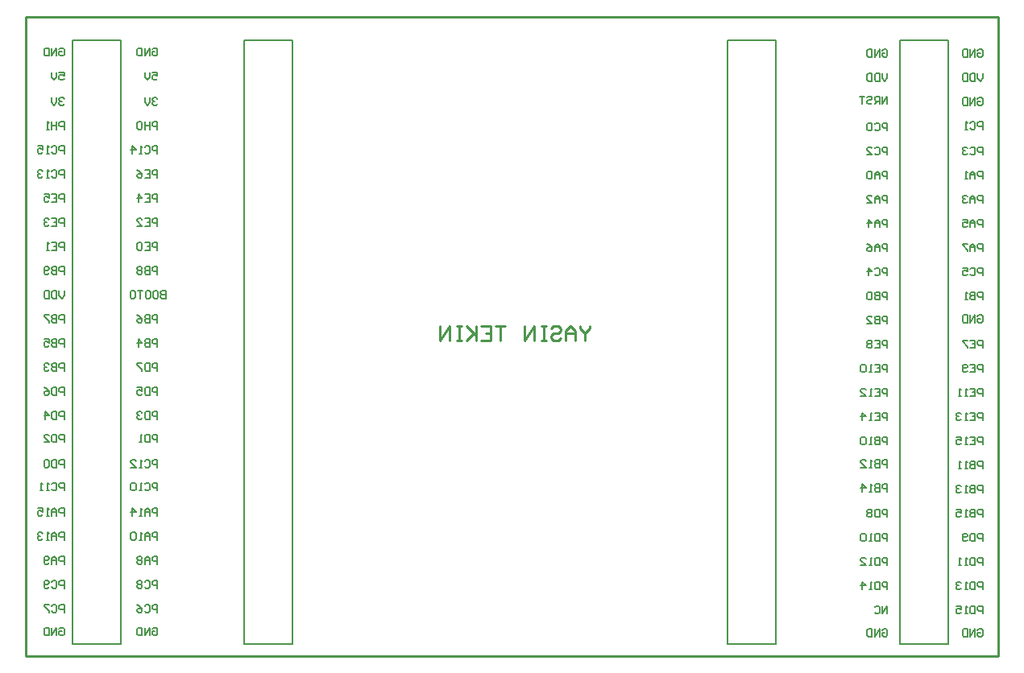
<source format=gto>
G04 Layer_Color=65535*
%FSLAX25Y25*%
%MOIN*%
G70*
G01*
G75*
%ADD10C,0.00787*%
%ADD11C,0.01000*%
D10*
X435693Y121500D02*
Y371500D01*
X455693Y121500D02*
Y371500D01*
Y121500D02*
X435693D01*
X455693Y371500D02*
X435693D01*
X364504Y121500D02*
Y371500D01*
X384504Y121500D02*
Y371500D01*
Y121500D02*
X364504D01*
X384504Y371500D02*
X364504D01*
X93315Y121500D02*
Y371500D01*
X113315Y121500D02*
Y371500D01*
Y121500D02*
X93315D01*
X113315Y371500D02*
X93315D01*
X164504Y121500D02*
Y371500D01*
X184504Y121500D02*
Y371500D01*
Y121500D02*
X164504D01*
X184504Y371500D02*
X164504D01*
X126401Y367624D02*
X126926Y368149D01*
X127975D01*
X128500Y367624D01*
Y365525D01*
X127975Y365000D01*
X126926D01*
X126401Y365525D01*
Y366574D01*
X127451D01*
X125351Y365000D02*
Y368149D01*
X123252Y365000D01*
Y368149D01*
X122203D02*
Y365000D01*
X120628D01*
X120104Y365525D01*
Y367624D01*
X120628Y368149D01*
X122203D01*
X126401Y358149D02*
X128500D01*
Y356574D01*
X127451Y357099D01*
X126926D01*
X126401Y356574D01*
Y355525D01*
X126926Y355000D01*
X127975D01*
X128500Y355525D01*
X125351Y358149D02*
Y356049D01*
X124302Y355000D01*
X123252Y356049D01*
Y358149D01*
X128500Y347124D02*
X127975Y347649D01*
X126926D01*
X126401Y347124D01*
Y346599D01*
X126926Y346074D01*
X127451D01*
X126926D01*
X126401Y345550D01*
Y345025D01*
X126926Y344500D01*
X127975D01*
X128500Y345025D01*
X125351Y347649D02*
Y345550D01*
X124302Y344500D01*
X123252Y345550D01*
Y347649D01*
X128500Y334500D02*
Y337649D01*
X126926D01*
X126401Y337124D01*
Y336074D01*
X126926Y335549D01*
X128500D01*
X125351Y337649D02*
Y334500D01*
Y336074D01*
X123252D01*
Y337649D01*
Y334500D01*
X122203Y337124D02*
X121678Y337649D01*
X120628D01*
X120104Y337124D01*
Y335025D01*
X120628Y334500D01*
X121678D01*
X122203Y335025D01*
Y337124D01*
X128500Y324500D02*
Y327649D01*
X126926D01*
X126401Y327124D01*
Y326074D01*
X126926Y325550D01*
X128500D01*
X123252Y327124D02*
X123777Y327649D01*
X124827D01*
X125351Y327124D01*
Y325025D01*
X124827Y324500D01*
X123777D01*
X123252Y325025D01*
X122203Y324500D02*
X121153D01*
X121678D01*
Y327649D01*
X122203Y327124D01*
X118005Y324500D02*
Y327649D01*
X119579Y326074D01*
X117480D01*
X128500Y314500D02*
Y317649D01*
X126926D01*
X126401Y317124D01*
Y316074D01*
X126926Y315549D01*
X128500D01*
X123252Y317649D02*
X125351D01*
Y314500D01*
X123252D01*
X125351Y316074D02*
X124302D01*
X120104Y317649D02*
X121153Y317124D01*
X122203Y316074D01*
Y315025D01*
X121678Y314500D01*
X120628D01*
X120104Y315025D01*
Y315549D01*
X120628Y316074D01*
X122203D01*
X128500Y304500D02*
Y307649D01*
X126926D01*
X126401Y307124D01*
Y306074D01*
X126926Y305550D01*
X128500D01*
X123252Y307649D02*
X125351D01*
Y304500D01*
X123252D01*
X125351Y306074D02*
X124302D01*
X120628Y304500D02*
Y307649D01*
X122203Y306074D01*
X120104D01*
X128500Y234500D02*
Y237649D01*
X126926D01*
X126401Y237124D01*
Y236074D01*
X126926Y235549D01*
X128500D01*
X125351Y237649D02*
Y234500D01*
X123777D01*
X123252Y235025D01*
Y237124D01*
X123777Y237649D01*
X125351D01*
X122203D02*
X120104D01*
Y237124D01*
X122203Y235025D01*
Y234500D01*
X128500Y244500D02*
Y247649D01*
X126926D01*
X126401Y247124D01*
Y246074D01*
X126926Y245550D01*
X128500D01*
X125351Y247649D02*
Y244500D01*
X123777D01*
X123252Y245025D01*
Y245550D01*
X123777Y246074D01*
X125351D01*
X123777D01*
X123252Y246599D01*
Y247124D01*
X123777Y247649D01*
X125351D01*
X120628Y244500D02*
Y247649D01*
X122203Y246074D01*
X120104D01*
X128500Y254500D02*
Y257649D01*
X126926D01*
X126401Y257124D01*
Y256074D01*
X126926Y255550D01*
X128500D01*
X125351Y257649D02*
Y254500D01*
X123777D01*
X123252Y255025D01*
Y255550D01*
X123777Y256074D01*
X125351D01*
X123777D01*
X123252Y256599D01*
Y257124D01*
X123777Y257649D01*
X125351D01*
X120104D02*
X121153Y257124D01*
X122203Y256074D01*
Y255025D01*
X121678Y254500D01*
X120628D01*
X120104Y255025D01*
Y255550D01*
X120628Y256074D01*
X122203D01*
X132000Y267649D02*
Y264500D01*
X130426D01*
X129901Y265025D01*
Y265549D01*
X130426Y266074D01*
X132000D01*
X130426D01*
X129901Y266599D01*
Y267124D01*
X130426Y267649D01*
X132000D01*
X127277D02*
X128327D01*
X128851Y267124D01*
Y265025D01*
X128327Y264500D01*
X127277D01*
X126752Y265025D01*
Y267124D01*
X127277Y267649D01*
X124128D02*
X125178D01*
X125703Y267124D01*
Y265025D01*
X125178Y264500D01*
X124128D01*
X123604Y265025D01*
Y267124D01*
X124128Y267649D01*
X122554D02*
X120455D01*
X121505D01*
Y264500D01*
X119406Y267124D02*
X118881Y267649D01*
X117831D01*
X117307Y267124D01*
Y265025D01*
X117831Y264500D01*
X118881D01*
X119406Y265025D01*
Y267124D01*
X128500Y274500D02*
Y277649D01*
X126926D01*
X126401Y277124D01*
Y276074D01*
X126926Y275550D01*
X128500D01*
X125351Y277649D02*
Y274500D01*
X123777D01*
X123252Y275025D01*
Y275550D01*
X123777Y276074D01*
X125351D01*
X123777D01*
X123252Y276599D01*
Y277124D01*
X123777Y277649D01*
X125351D01*
X122203Y277124D02*
X121678Y277649D01*
X120628D01*
X120104Y277124D01*
Y276599D01*
X120628Y276074D01*
X120104Y275550D01*
Y275025D01*
X120628Y274500D01*
X121678D01*
X122203Y275025D01*
Y275550D01*
X121678Y276074D01*
X122203Y276599D01*
Y277124D01*
X121678Y276074D02*
X120628D01*
X128500Y284500D02*
Y287649D01*
X126926D01*
X126401Y287124D01*
Y286074D01*
X126926Y285549D01*
X128500D01*
X123252Y287649D02*
X125351D01*
Y284500D01*
X123252D01*
X125351Y286074D02*
X124302D01*
X122203Y287124D02*
X121678Y287649D01*
X120628D01*
X120104Y287124D01*
Y285025D01*
X120628Y284500D01*
X121678D01*
X122203Y285025D01*
Y287124D01*
X128500Y294500D02*
Y297649D01*
X126926D01*
X126401Y297124D01*
Y296074D01*
X126926Y295550D01*
X128500D01*
X123252Y297649D02*
X125351D01*
Y294500D01*
X123252D01*
X125351Y296074D02*
X124302D01*
X120104Y294500D02*
X122203D01*
X120104Y296599D01*
Y297124D01*
X120628Y297649D01*
X121678D01*
X122203Y297124D01*
X128500Y164500D02*
Y167649D01*
X126926D01*
X126401Y167124D01*
Y166074D01*
X126926Y165550D01*
X128500D01*
X125351Y164500D02*
Y166599D01*
X124302Y167649D01*
X123252Y166599D01*
Y164500D01*
Y166074D01*
X125351D01*
X122203Y164500D02*
X121153D01*
X121678D01*
Y167649D01*
X122203Y167124D01*
X119579D02*
X119054Y167649D01*
X118005D01*
X117480Y167124D01*
Y165025D01*
X118005Y164500D01*
X119054D01*
X119579Y165025D01*
Y167124D01*
X128500Y174500D02*
Y177649D01*
X126926D01*
X126401Y177124D01*
Y176074D01*
X126926Y175549D01*
X128500D01*
X125351Y174500D02*
Y176599D01*
X124302Y177649D01*
X123252Y176599D01*
Y174500D01*
Y176074D01*
X125351D01*
X122203Y174500D02*
X121153D01*
X121678D01*
Y177649D01*
X122203Y177124D01*
X118005Y174500D02*
Y177649D01*
X119579Y176074D01*
X117480D01*
X128500Y185000D02*
Y188149D01*
X126926D01*
X126401Y187624D01*
Y186574D01*
X126926Y186049D01*
X128500D01*
X123252Y187624D02*
X123777Y188149D01*
X124827D01*
X125351Y187624D01*
Y185525D01*
X124827Y185000D01*
X123777D01*
X123252Y185525D01*
X122203Y185000D02*
X121153D01*
X121678D01*
Y188149D01*
X122203Y187624D01*
X119579D02*
X119054Y188149D01*
X118005D01*
X117480Y187624D01*
Y185525D01*
X118005Y185000D01*
X119054D01*
X119579Y185525D01*
Y187624D01*
X128500Y194500D02*
Y197649D01*
X126926D01*
X126401Y197124D01*
Y196074D01*
X126926Y195549D01*
X128500D01*
X123252Y197124D02*
X123777Y197649D01*
X124827D01*
X125351Y197124D01*
Y195025D01*
X124827Y194500D01*
X123777D01*
X123252Y195025D01*
X122203Y194500D02*
X121153D01*
X121678D01*
Y197649D01*
X122203Y197124D01*
X117480Y194500D02*
X119579D01*
X117480Y196599D01*
Y197124D01*
X118005Y197649D01*
X119054D01*
X119579Y197124D01*
X128500Y205000D02*
Y208149D01*
X126926D01*
X126401Y207624D01*
Y206574D01*
X126926Y206049D01*
X128500D01*
X125351Y208149D02*
Y205000D01*
X123777D01*
X123252Y205525D01*
Y207624D01*
X123777Y208149D01*
X125351D01*
X122203Y205000D02*
X121153D01*
X121678D01*
Y208149D01*
X122203Y207624D01*
X128500Y214500D02*
Y217649D01*
X126926D01*
X126401Y217124D01*
Y216074D01*
X126926Y215549D01*
X128500D01*
X125351Y217649D02*
Y214500D01*
X123777D01*
X123252Y215025D01*
Y217124D01*
X123777Y217649D01*
X125351D01*
X122203Y217124D02*
X121678Y217649D01*
X120628D01*
X120104Y217124D01*
Y216599D01*
X120628Y216074D01*
X121153D01*
X120628D01*
X120104Y215549D01*
Y215025D01*
X120628Y214500D01*
X121678D01*
X122203Y215025D01*
X128500Y224500D02*
Y227649D01*
X126926D01*
X126401Y227124D01*
Y226074D01*
X126926Y225550D01*
X128500D01*
X125351Y227649D02*
Y224500D01*
X123777D01*
X123252Y225025D01*
Y227124D01*
X123777Y227649D01*
X125351D01*
X120104D02*
X122203D01*
Y226074D01*
X121153Y226599D01*
X120628D01*
X120104Y226074D01*
Y225025D01*
X120628Y224500D01*
X121678D01*
X122203Y225025D01*
X126401Y127624D02*
X126926Y128149D01*
X127975D01*
X128500Y127624D01*
Y125525D01*
X127975Y125000D01*
X126926D01*
X126401Y125525D01*
Y126574D01*
X127451D01*
X125351Y125000D02*
Y128149D01*
X123252Y125000D01*
Y128149D01*
X122203D02*
Y125000D01*
X120628D01*
X120104Y125525D01*
Y127624D01*
X120628Y128149D01*
X122203D01*
X128500Y134500D02*
Y137649D01*
X126926D01*
X126401Y137124D01*
Y136074D01*
X126926Y135549D01*
X128500D01*
X123252Y137124D02*
X123777Y137649D01*
X124827D01*
X125351Y137124D01*
Y135025D01*
X124827Y134500D01*
X123777D01*
X123252Y135025D01*
X120104Y137649D02*
X121153Y137124D01*
X122203Y136074D01*
Y135025D01*
X121678Y134500D01*
X120628D01*
X120104Y135025D01*
Y135549D01*
X120628Y136074D01*
X122203D01*
X128500Y144500D02*
Y147649D01*
X126926D01*
X126401Y147124D01*
Y146074D01*
X126926Y145549D01*
X128500D01*
X123252Y147124D02*
X123777Y147649D01*
X124827D01*
X125351Y147124D01*
Y145025D01*
X124827Y144500D01*
X123777D01*
X123252Y145025D01*
X122203Y147124D02*
X121678Y147649D01*
X120628D01*
X120104Y147124D01*
Y146599D01*
X120628Y146074D01*
X120104Y145549D01*
Y145025D01*
X120628Y144500D01*
X121678D01*
X122203Y145025D01*
Y145549D01*
X121678Y146074D01*
X122203Y146599D01*
Y147124D01*
X121678Y146074D02*
X120628D01*
X128500Y154500D02*
Y157649D01*
X126926D01*
X126401Y157124D01*
Y156074D01*
X126926Y155550D01*
X128500D01*
X125351Y154500D02*
Y156599D01*
X124302Y157649D01*
X123252Y156599D01*
Y154500D01*
Y156074D01*
X125351D01*
X122203Y157124D02*
X121678Y157649D01*
X120628D01*
X120104Y157124D01*
Y156599D01*
X120628Y156074D01*
X120104Y155550D01*
Y155025D01*
X120628Y154500D01*
X121678D01*
X122203Y155025D01*
Y155550D01*
X121678Y156074D01*
X122203Y156599D01*
Y157124D01*
X121678Y156074D02*
X120628D01*
X90000Y154500D02*
Y157649D01*
X88426D01*
X87901Y157124D01*
Y156074D01*
X88426Y155550D01*
X90000D01*
X86851Y154500D02*
Y156599D01*
X85802Y157649D01*
X84752Y156599D01*
Y154500D01*
Y156074D01*
X86851D01*
X83703Y155025D02*
X83178Y154500D01*
X82129D01*
X81604Y155025D01*
Y157124D01*
X82129Y157649D01*
X83178D01*
X83703Y157124D01*
Y156599D01*
X83178Y156074D01*
X81604D01*
X90000Y144500D02*
Y147649D01*
X88426D01*
X87901Y147124D01*
Y146074D01*
X88426Y145549D01*
X90000D01*
X84752Y147124D02*
X85277Y147649D01*
X86327D01*
X86851Y147124D01*
Y145025D01*
X86327Y144500D01*
X85277D01*
X84752Y145025D01*
X83703D02*
X83178Y144500D01*
X82129D01*
X81604Y145025D01*
Y147124D01*
X82129Y147649D01*
X83178D01*
X83703Y147124D01*
Y146599D01*
X83178Y146074D01*
X81604D01*
X90000Y134500D02*
Y137649D01*
X88426D01*
X87901Y137124D01*
Y136074D01*
X88426Y135549D01*
X90000D01*
X84752Y137124D02*
X85277Y137649D01*
X86327D01*
X86851Y137124D01*
Y135025D01*
X86327Y134500D01*
X85277D01*
X84752Y135025D01*
X83703Y137649D02*
X81604D01*
Y137124D01*
X83703Y135025D01*
Y134500D01*
X87901Y127624D02*
X88426Y128149D01*
X89475D01*
X90000Y127624D01*
Y125525D01*
X89475Y125000D01*
X88426D01*
X87901Y125525D01*
Y126574D01*
X88951D01*
X86851Y125000D02*
Y128149D01*
X84752Y125000D01*
Y128149D01*
X83703D02*
Y125000D01*
X82129D01*
X81604Y125525D01*
Y127624D01*
X82129Y128149D01*
X83703D01*
X90000Y224500D02*
Y227649D01*
X88426D01*
X87901Y227124D01*
Y226074D01*
X88426Y225550D01*
X90000D01*
X86851Y227649D02*
Y224500D01*
X85277D01*
X84752Y225025D01*
Y227124D01*
X85277Y227649D01*
X86851D01*
X81604D02*
X82653Y227124D01*
X83703Y226074D01*
Y225025D01*
X83178Y224500D01*
X82129D01*
X81604Y225025D01*
Y225550D01*
X82129Y226074D01*
X83703D01*
X90000Y214500D02*
Y217649D01*
X88426D01*
X87901Y217124D01*
Y216074D01*
X88426Y215549D01*
X90000D01*
X86851Y217649D02*
Y214500D01*
X85277D01*
X84752Y215025D01*
Y217124D01*
X85277Y217649D01*
X86851D01*
X82129Y214500D02*
Y217649D01*
X83703Y216074D01*
X81604D01*
X90000Y205000D02*
Y208149D01*
X88426D01*
X87901Y207624D01*
Y206574D01*
X88426Y206049D01*
X90000D01*
X86851Y208149D02*
Y205000D01*
X85277D01*
X84752Y205525D01*
Y207624D01*
X85277Y208149D01*
X86851D01*
X81604Y205000D02*
X83703D01*
X81604Y207099D01*
Y207624D01*
X82129Y208149D01*
X83178D01*
X83703Y207624D01*
X90000Y194500D02*
Y197649D01*
X88426D01*
X87901Y197124D01*
Y196074D01*
X88426Y195549D01*
X90000D01*
X86851Y197649D02*
Y194500D01*
X85277D01*
X84752Y195025D01*
Y197124D01*
X85277Y197649D01*
X86851D01*
X83703Y197124D02*
X83178Y197649D01*
X82129D01*
X81604Y197124D01*
Y195025D01*
X82129Y194500D01*
X83178D01*
X83703Y195025D01*
Y197124D01*
X90000Y185000D02*
Y188149D01*
X88426D01*
X87901Y187624D01*
Y186574D01*
X88426Y186049D01*
X90000D01*
X84752Y187624D02*
X85277Y188149D01*
X86327D01*
X86851Y187624D01*
Y185525D01*
X86327Y185000D01*
X85277D01*
X84752Y185525D01*
X83703Y185000D02*
X82653D01*
X83178D01*
Y188149D01*
X83703Y187624D01*
X81079Y185000D02*
X80029D01*
X80554D01*
Y188149D01*
X81079Y187624D01*
X90000Y174500D02*
Y177649D01*
X88426D01*
X87901Y177124D01*
Y176074D01*
X88426Y175549D01*
X90000D01*
X86851Y174500D02*
Y176599D01*
X85802Y177649D01*
X84752Y176599D01*
Y174500D01*
Y176074D01*
X86851D01*
X83703Y174500D02*
X82653D01*
X83178D01*
Y177649D01*
X83703Y177124D01*
X78980Y177649D02*
X81079D01*
Y176074D01*
X80029Y176599D01*
X79505D01*
X78980Y176074D01*
Y175025D01*
X79505Y174500D01*
X80554D01*
X81079Y175025D01*
X90000Y164500D02*
Y167649D01*
X88426D01*
X87901Y167124D01*
Y166074D01*
X88426Y165550D01*
X90000D01*
X86851Y164500D02*
Y166599D01*
X85802Y167649D01*
X84752Y166599D01*
Y164500D01*
Y166074D01*
X86851D01*
X83703Y164500D02*
X82653D01*
X83178D01*
Y167649D01*
X83703Y167124D01*
X81079D02*
X80554Y167649D01*
X79505D01*
X78980Y167124D01*
Y166599D01*
X79505Y166074D01*
X80029D01*
X79505D01*
X78980Y165550D01*
Y165025D01*
X79505Y164500D01*
X80554D01*
X81079Y165025D01*
X90000Y294500D02*
Y297649D01*
X88426D01*
X87901Y297124D01*
Y296074D01*
X88426Y295550D01*
X90000D01*
X84752Y297649D02*
X86851D01*
Y294500D01*
X84752D01*
X86851Y296074D02*
X85802D01*
X83703Y297124D02*
X83178Y297649D01*
X82129D01*
X81604Y297124D01*
Y296599D01*
X82129Y296074D01*
X82653D01*
X82129D01*
X81604Y295550D01*
Y295025D01*
X82129Y294500D01*
X83178D01*
X83703Y295025D01*
X90000Y284500D02*
Y287649D01*
X88426D01*
X87901Y287124D01*
Y286074D01*
X88426Y285549D01*
X90000D01*
X84752Y287649D02*
X86851D01*
Y284500D01*
X84752D01*
X86851Y286074D02*
X85802D01*
X83703Y284500D02*
X82653D01*
X83178D01*
Y287649D01*
X83703Y287124D01*
X90000Y274500D02*
Y277649D01*
X88426D01*
X87901Y277124D01*
Y276074D01*
X88426Y275550D01*
X90000D01*
X86851Y277649D02*
Y274500D01*
X85277D01*
X84752Y275025D01*
Y275550D01*
X85277Y276074D01*
X86851D01*
X85277D01*
X84752Y276599D01*
Y277124D01*
X85277Y277649D01*
X86851D01*
X83703Y275025D02*
X83178Y274500D01*
X82129D01*
X81604Y275025D01*
Y277124D01*
X82129Y277649D01*
X83178D01*
X83703Y277124D01*
Y276599D01*
X83178Y276074D01*
X81604D01*
X90000Y267649D02*
Y265549D01*
X88951Y264500D01*
X87901Y265549D01*
Y267649D01*
X86851D02*
Y264500D01*
X85277D01*
X84752Y265025D01*
Y267124D01*
X85277Y267649D01*
X86851D01*
X83703D02*
Y264500D01*
X82129D01*
X81604Y265025D01*
Y267124D01*
X82129Y267649D01*
X83703D01*
X90000Y254500D02*
Y257649D01*
X88426D01*
X87901Y257124D01*
Y256074D01*
X88426Y255550D01*
X90000D01*
X86851Y257649D02*
Y254500D01*
X85277D01*
X84752Y255025D01*
Y255550D01*
X85277Y256074D01*
X86851D01*
X85277D01*
X84752Y256599D01*
Y257124D01*
X85277Y257649D01*
X86851D01*
X83703D02*
X81604D01*
Y257124D01*
X83703Y255025D01*
Y254500D01*
X90000Y244500D02*
Y247649D01*
X88426D01*
X87901Y247124D01*
Y246074D01*
X88426Y245550D01*
X90000D01*
X86851Y247649D02*
Y244500D01*
X85277D01*
X84752Y245025D01*
Y245550D01*
X85277Y246074D01*
X86851D01*
X85277D01*
X84752Y246599D01*
Y247124D01*
X85277Y247649D01*
X86851D01*
X81604D02*
X83703D01*
Y246074D01*
X82653Y246599D01*
X82129D01*
X81604Y246074D01*
Y245025D01*
X82129Y244500D01*
X83178D01*
X83703Y245025D01*
X90000Y234500D02*
Y237649D01*
X88426D01*
X87901Y237124D01*
Y236074D01*
X88426Y235549D01*
X90000D01*
X86851Y237649D02*
Y234500D01*
X85277D01*
X84752Y235025D01*
Y235549D01*
X85277Y236074D01*
X86851D01*
X85277D01*
X84752Y236599D01*
Y237124D01*
X85277Y237649D01*
X86851D01*
X83703Y237124D02*
X83178Y237649D01*
X82129D01*
X81604Y237124D01*
Y236599D01*
X82129Y236074D01*
X82653D01*
X82129D01*
X81604Y235549D01*
Y235025D01*
X82129Y234500D01*
X83178D01*
X83703Y235025D01*
X90000Y304500D02*
Y307649D01*
X88426D01*
X87901Y307124D01*
Y306074D01*
X88426Y305550D01*
X90000D01*
X84752Y307649D02*
X86851D01*
Y304500D01*
X84752D01*
X86851Y306074D02*
X85802D01*
X81604Y307649D02*
X83703D01*
Y306074D01*
X82653Y306599D01*
X82129D01*
X81604Y306074D01*
Y305025D01*
X82129Y304500D01*
X83178D01*
X83703Y305025D01*
X90000Y314500D02*
Y317649D01*
X88426D01*
X87901Y317124D01*
Y316074D01*
X88426Y315549D01*
X90000D01*
X84752Y317124D02*
X85277Y317649D01*
X86327D01*
X86851Y317124D01*
Y315025D01*
X86327Y314500D01*
X85277D01*
X84752Y315025D01*
X83703Y314500D02*
X82653D01*
X83178D01*
Y317649D01*
X83703Y317124D01*
X81079D02*
X80554Y317649D01*
X79505D01*
X78980Y317124D01*
Y316599D01*
X79505Y316074D01*
X80029D01*
X79505D01*
X78980Y315549D01*
Y315025D01*
X79505Y314500D01*
X80554D01*
X81079Y315025D01*
X90000Y324500D02*
Y327649D01*
X88426D01*
X87901Y327124D01*
Y326074D01*
X88426Y325550D01*
X90000D01*
X84752Y327124D02*
X85277Y327649D01*
X86327D01*
X86851Y327124D01*
Y325025D01*
X86327Y324500D01*
X85277D01*
X84752Y325025D01*
X83703Y324500D02*
X82653D01*
X83178D01*
Y327649D01*
X83703Y327124D01*
X78980Y327649D02*
X81079D01*
Y326074D01*
X80029Y326599D01*
X79505D01*
X78980Y326074D01*
Y325025D01*
X79505Y324500D01*
X80554D01*
X81079Y325025D01*
X90000Y334500D02*
Y337649D01*
X88426D01*
X87901Y337124D01*
Y336074D01*
X88426Y335549D01*
X90000D01*
X86851Y337649D02*
Y334500D01*
Y336074D01*
X84752D01*
Y337649D01*
Y334500D01*
X83703D02*
X82653D01*
X83178D01*
Y337649D01*
X83703Y337124D01*
X90000Y347124D02*
X89475Y347649D01*
X88426D01*
X87901Y347124D01*
Y346599D01*
X88426Y346074D01*
X88951D01*
X88426D01*
X87901Y345550D01*
Y345025D01*
X88426Y344500D01*
X89475D01*
X90000Y345025D01*
X86851Y347649D02*
Y345550D01*
X85802Y344500D01*
X84752Y345550D01*
Y347649D01*
X87901Y358149D02*
X90000D01*
Y356574D01*
X88951Y357099D01*
X88426D01*
X87901Y356574D01*
Y355525D01*
X88426Y355000D01*
X89475D01*
X90000Y355525D01*
X86851Y358149D02*
Y356049D01*
X85802Y355000D01*
X84752Y356049D01*
Y358149D01*
X87901Y367624D02*
X88426Y368149D01*
X89475D01*
X90000Y367624D01*
Y365525D01*
X89475Y365000D01*
X88426D01*
X87901Y365525D01*
Y366574D01*
X88951D01*
X86851Y365000D02*
Y368149D01*
X84752Y365000D01*
Y368149D01*
X83703D02*
Y365000D01*
X82129D01*
X81604Y365525D01*
Y367624D01*
X82129Y368149D01*
X83703D01*
X428401Y127124D02*
X428926Y127649D01*
X429975D01*
X430500Y127124D01*
Y125025D01*
X429975Y124500D01*
X428926D01*
X428401Y125025D01*
Y126074D01*
X429451D01*
X427351Y124500D02*
Y127649D01*
X425252Y124500D01*
Y127649D01*
X424203D02*
Y124500D01*
X422628D01*
X422104Y125025D01*
Y127124D01*
X422628Y127649D01*
X424203D01*
X430500Y134000D02*
Y137149D01*
X428401Y134000D01*
Y137149D01*
X425252Y136624D02*
X425777Y137149D01*
X426827D01*
X427351Y136624D01*
Y134525D01*
X426827Y134000D01*
X425777D01*
X425252Y134525D01*
X430500Y144000D02*
Y147149D01*
X428926D01*
X428401Y146624D01*
Y145574D01*
X428926Y145050D01*
X430500D01*
X427351Y147149D02*
Y144000D01*
X425777D01*
X425252Y144525D01*
Y146624D01*
X425777Y147149D01*
X427351D01*
X424203Y144000D02*
X423153D01*
X423678D01*
Y147149D01*
X424203Y146624D01*
X420005Y144000D02*
Y147149D01*
X421579Y145574D01*
X419480D01*
X430500Y154000D02*
Y157149D01*
X428926D01*
X428401Y156624D01*
Y155574D01*
X428926Y155050D01*
X430500D01*
X427351Y157149D02*
Y154000D01*
X425777D01*
X425252Y154525D01*
Y156624D01*
X425777Y157149D01*
X427351D01*
X424203Y154000D02*
X423153D01*
X423678D01*
Y157149D01*
X424203Y156624D01*
X419480Y154000D02*
X421579D01*
X419480Y156099D01*
Y156624D01*
X420005Y157149D01*
X421054D01*
X421579Y156624D01*
X430500Y164000D02*
Y167149D01*
X428926D01*
X428401Y166624D01*
Y165574D01*
X428926Y165050D01*
X430500D01*
X427351Y167149D02*
Y164000D01*
X425777D01*
X425252Y164525D01*
Y166624D01*
X425777Y167149D01*
X427351D01*
X424203Y164000D02*
X423153D01*
X423678D01*
Y167149D01*
X424203Y166624D01*
X421579D02*
X421054Y167149D01*
X420005D01*
X419480Y166624D01*
Y164525D01*
X420005Y164000D01*
X421054D01*
X421579Y164525D01*
Y166624D01*
X430500Y174000D02*
Y177149D01*
X428926D01*
X428401Y176624D01*
Y175574D01*
X428926Y175049D01*
X430500D01*
X427351Y177149D02*
Y174000D01*
X425777D01*
X425252Y174525D01*
Y176624D01*
X425777Y177149D01*
X427351D01*
X424203Y176624D02*
X423678Y177149D01*
X422628D01*
X422104Y176624D01*
Y176099D01*
X422628Y175574D01*
X422104Y175049D01*
Y174525D01*
X422628Y174000D01*
X423678D01*
X424203Y174525D01*
Y175049D01*
X423678Y175574D01*
X424203Y176099D01*
Y176624D01*
X423678Y175574D02*
X422628D01*
X430500Y184500D02*
Y187649D01*
X428926D01*
X428401Y187124D01*
Y186074D01*
X428926Y185549D01*
X430500D01*
X427351Y187649D02*
Y184500D01*
X425777D01*
X425252Y185025D01*
Y185549D01*
X425777Y186074D01*
X427351D01*
X425777D01*
X425252Y186599D01*
Y187124D01*
X425777Y187649D01*
X427351D01*
X424203Y184500D02*
X423153D01*
X423678D01*
Y187649D01*
X424203Y187124D01*
X420005Y184500D02*
Y187649D01*
X421579Y186074D01*
X419480D01*
X430500Y194500D02*
Y197649D01*
X428926D01*
X428401Y197124D01*
Y196074D01*
X428926Y195549D01*
X430500D01*
X427351Y197649D02*
Y194500D01*
X425777D01*
X425252Y195025D01*
Y195549D01*
X425777Y196074D01*
X427351D01*
X425777D01*
X425252Y196599D01*
Y197124D01*
X425777Y197649D01*
X427351D01*
X424203Y194500D02*
X423153D01*
X423678D01*
Y197649D01*
X424203Y197124D01*
X419480Y194500D02*
X421579D01*
X419480Y196599D01*
Y197124D01*
X420005Y197649D01*
X421054D01*
X421579Y197124D01*
X430500Y204000D02*
Y207149D01*
X428926D01*
X428401Y206624D01*
Y205574D01*
X428926Y205049D01*
X430500D01*
X427351Y207149D02*
Y204000D01*
X425777D01*
X425252Y204525D01*
Y205049D01*
X425777Y205574D01*
X427351D01*
X425777D01*
X425252Y206099D01*
Y206624D01*
X425777Y207149D01*
X427351D01*
X424203Y204000D02*
X423153D01*
X423678D01*
Y207149D01*
X424203Y206624D01*
X421579D02*
X421054Y207149D01*
X420005D01*
X419480Y206624D01*
Y204525D01*
X420005Y204000D01*
X421054D01*
X421579Y204525D01*
Y206624D01*
X430500Y214000D02*
Y217149D01*
X428926D01*
X428401Y216624D01*
Y215574D01*
X428926Y215050D01*
X430500D01*
X425252Y217149D02*
X427351D01*
Y214000D01*
X425252D01*
X427351Y215574D02*
X426302D01*
X424203Y214000D02*
X423153D01*
X423678D01*
Y217149D01*
X424203Y216624D01*
X420005Y214000D02*
Y217149D01*
X421579Y215574D01*
X419480D01*
X430500Y224000D02*
Y227149D01*
X428926D01*
X428401Y226624D01*
Y225574D01*
X428926Y225049D01*
X430500D01*
X425252Y227149D02*
X427351D01*
Y224000D01*
X425252D01*
X427351Y225574D02*
X426302D01*
X424203Y224000D02*
X423153D01*
X423678D01*
Y227149D01*
X424203Y226624D01*
X419480Y224000D02*
X421579D01*
X419480Y226099D01*
Y226624D01*
X420005Y227149D01*
X421054D01*
X421579Y226624D01*
X430500Y234000D02*
Y237149D01*
X428926D01*
X428401Y236624D01*
Y235574D01*
X428926Y235050D01*
X430500D01*
X425252Y237149D02*
X427351D01*
Y234000D01*
X425252D01*
X427351Y235574D02*
X426302D01*
X424203Y234000D02*
X423153D01*
X423678D01*
Y237149D01*
X424203Y236624D01*
X421579D02*
X421054Y237149D01*
X420005D01*
X419480Y236624D01*
Y234525D01*
X420005Y234000D01*
X421054D01*
X421579Y234525D01*
Y236624D01*
X430500Y244000D02*
Y247149D01*
X428926D01*
X428401Y246624D01*
Y245574D01*
X428926Y245050D01*
X430500D01*
X425252Y247149D02*
X427351D01*
Y244000D01*
X425252D01*
X427351Y245574D02*
X426302D01*
X424203Y246624D02*
X423678Y247149D01*
X422628D01*
X422104Y246624D01*
Y246099D01*
X422628Y245574D01*
X422104Y245050D01*
Y244525D01*
X422628Y244000D01*
X423678D01*
X424203Y244525D01*
Y245050D01*
X423678Y245574D01*
X424203Y246099D01*
Y246624D01*
X423678Y245574D02*
X422628D01*
X430500Y254000D02*
Y257149D01*
X428926D01*
X428401Y256624D01*
Y255574D01*
X428926Y255049D01*
X430500D01*
X427351Y257149D02*
Y254000D01*
X425777D01*
X425252Y254525D01*
Y255049D01*
X425777Y255574D01*
X427351D01*
X425777D01*
X425252Y256099D01*
Y256624D01*
X425777Y257149D01*
X427351D01*
X422104Y254000D02*
X424203D01*
X422104Y256099D01*
Y256624D01*
X422628Y257149D01*
X423678D01*
X424203Y256624D01*
X430500Y264000D02*
Y267149D01*
X428926D01*
X428401Y266624D01*
Y265574D01*
X428926Y265050D01*
X430500D01*
X427351Y267149D02*
Y264000D01*
X425777D01*
X425252Y264525D01*
Y265050D01*
X425777Y265574D01*
X427351D01*
X425777D01*
X425252Y266099D01*
Y266624D01*
X425777Y267149D01*
X427351D01*
X424203Y266624D02*
X423678Y267149D01*
X422628D01*
X422104Y266624D01*
Y264525D01*
X422628Y264000D01*
X423678D01*
X424203Y264525D01*
Y266624D01*
X430500Y274000D02*
Y277149D01*
X428926D01*
X428401Y276624D01*
Y275574D01*
X428926Y275049D01*
X430500D01*
X425252Y276624D02*
X425777Y277149D01*
X426827D01*
X427351Y276624D01*
Y274525D01*
X426827Y274000D01*
X425777D01*
X425252Y274525D01*
X422628Y274000D02*
Y277149D01*
X424203Y275574D01*
X422104D01*
X430500Y284000D02*
Y287149D01*
X428926D01*
X428401Y286624D01*
Y285574D01*
X428926Y285050D01*
X430500D01*
X427351Y284000D02*
Y286099D01*
X426302Y287149D01*
X425252Y286099D01*
Y284000D01*
Y285574D01*
X427351D01*
X422104Y287149D02*
X423153Y286624D01*
X424203Y285574D01*
Y284525D01*
X423678Y284000D01*
X422628D01*
X422104Y284525D01*
Y285050D01*
X422628Y285574D01*
X424203D01*
X430500Y294000D02*
Y297149D01*
X428926D01*
X428401Y296624D01*
Y295574D01*
X428926Y295050D01*
X430500D01*
X427351Y294000D02*
Y296099D01*
X426302Y297149D01*
X425252Y296099D01*
Y294000D01*
Y295574D01*
X427351D01*
X422628Y294000D02*
Y297149D01*
X424203Y295574D01*
X422104D01*
X430500Y304000D02*
Y307149D01*
X428926D01*
X428401Y306624D01*
Y305574D01*
X428926Y305049D01*
X430500D01*
X427351Y304000D02*
Y306099D01*
X426302Y307149D01*
X425252Y306099D01*
Y304000D01*
Y305574D01*
X427351D01*
X422104Y304000D02*
X424203D01*
X422104Y306099D01*
Y306624D01*
X422628Y307149D01*
X423678D01*
X424203Y306624D01*
X430500Y314000D02*
Y317149D01*
X428926D01*
X428401Y316624D01*
Y315574D01*
X428926Y315050D01*
X430500D01*
X427351Y314000D02*
Y316099D01*
X426302Y317149D01*
X425252Y316099D01*
Y314000D01*
Y315574D01*
X427351D01*
X424203Y316624D02*
X423678Y317149D01*
X422628D01*
X422104Y316624D01*
Y314525D01*
X422628Y314000D01*
X423678D01*
X424203Y314525D01*
Y316624D01*
X430500Y324000D02*
Y327149D01*
X428926D01*
X428401Y326624D01*
Y325574D01*
X428926Y325049D01*
X430500D01*
X425252Y326624D02*
X425777Y327149D01*
X426827D01*
X427351Y326624D01*
Y324525D01*
X426827Y324000D01*
X425777D01*
X425252Y324525D01*
X422104Y324000D02*
X424203D01*
X422104Y326099D01*
Y326624D01*
X422628Y327149D01*
X423678D01*
X424203Y326624D01*
X430500Y334000D02*
Y337149D01*
X428926D01*
X428401Y336624D01*
Y335574D01*
X428926Y335050D01*
X430500D01*
X425252Y336624D02*
X425777Y337149D01*
X426827D01*
X427351Y336624D01*
Y334525D01*
X426827Y334000D01*
X425777D01*
X425252Y334525D01*
X424203Y336624D02*
X423678Y337149D01*
X422628D01*
X422104Y336624D01*
Y334525D01*
X422628Y334000D01*
X423678D01*
X424203Y334525D01*
Y336624D01*
X430500Y357649D02*
Y355550D01*
X429451Y354500D01*
X428401Y355550D01*
Y357649D01*
X427351D02*
Y354500D01*
X425777D01*
X425252Y355025D01*
Y357124D01*
X425777Y357649D01*
X427351D01*
X424203D02*
Y354500D01*
X422628D01*
X422104Y355025D01*
Y357124D01*
X422628Y357649D01*
X424203D01*
X430500Y345000D02*
Y348149D01*
X428401Y345000D01*
Y348149D01*
X427351Y345000D02*
Y348149D01*
X425777D01*
X425252Y347624D01*
Y346574D01*
X425777Y346049D01*
X427351D01*
X426302D02*
X425252Y345000D01*
X422104Y347624D02*
X422628Y348149D01*
X423678D01*
X424203Y347624D01*
Y347099D01*
X423678Y346574D01*
X422628D01*
X422104Y346049D01*
Y345525D01*
X422628Y345000D01*
X423678D01*
X424203Y345525D01*
X421054Y348149D02*
X418955D01*
X420005D01*
Y345000D01*
X428401Y367124D02*
X428926Y367649D01*
X429975D01*
X430500Y367124D01*
Y365025D01*
X429975Y364500D01*
X428926D01*
X428401Y365025D01*
Y366074D01*
X429451D01*
X427351Y364500D02*
Y367649D01*
X425252Y364500D01*
Y367649D01*
X424203D02*
Y364500D01*
X422628D01*
X422104Y365025D01*
Y367124D01*
X422628Y367649D01*
X424203D01*
X467901Y347124D02*
X468426Y347649D01*
X469475D01*
X470000Y347124D01*
Y345025D01*
X469475Y344500D01*
X468426D01*
X467901Y345025D01*
Y346074D01*
X468951D01*
X466851Y344500D02*
Y347649D01*
X464752Y344500D01*
Y347649D01*
X463703D02*
Y344500D01*
X462128D01*
X461604Y345025D01*
Y347124D01*
X462128Y347649D01*
X463703D01*
X467901Y127124D02*
X468426Y127649D01*
X469475D01*
X470000Y127124D01*
Y125025D01*
X469475Y124500D01*
X468426D01*
X467901Y125025D01*
Y126074D01*
X468951D01*
X466851Y124500D02*
Y127649D01*
X464752Y124500D01*
Y127649D01*
X463703D02*
Y124500D01*
X462128D01*
X461604Y125025D01*
Y127124D01*
X462128Y127649D01*
X463703D01*
X470000Y134000D02*
Y137149D01*
X468426D01*
X467901Y136624D01*
Y135574D01*
X468426Y135049D01*
X470000D01*
X466851Y137149D02*
Y134000D01*
X465277D01*
X464752Y134525D01*
Y136624D01*
X465277Y137149D01*
X466851D01*
X463703Y134000D02*
X462653D01*
X463178D01*
Y137149D01*
X463703Y136624D01*
X458980Y137149D02*
X461079D01*
Y135574D01*
X460030Y136099D01*
X459505D01*
X458980Y135574D01*
Y134525D01*
X459505Y134000D01*
X460554D01*
X461079Y134525D01*
X470000Y144000D02*
Y147149D01*
X468426D01*
X467901Y146624D01*
Y145574D01*
X468426Y145050D01*
X470000D01*
X466851Y147149D02*
Y144000D01*
X465277D01*
X464752Y144525D01*
Y146624D01*
X465277Y147149D01*
X466851D01*
X463703Y144000D02*
X462653D01*
X463178D01*
Y147149D01*
X463703Y146624D01*
X461079D02*
X460554Y147149D01*
X459505D01*
X458980Y146624D01*
Y146099D01*
X459505Y145574D01*
X460030D01*
X459505D01*
X458980Y145050D01*
Y144525D01*
X459505Y144000D01*
X460554D01*
X461079Y144525D01*
X470000Y154000D02*
Y157149D01*
X468426D01*
X467901Y156624D01*
Y155574D01*
X468426Y155050D01*
X470000D01*
X466851Y157149D02*
Y154000D01*
X465277D01*
X464752Y154525D01*
Y156624D01*
X465277Y157149D01*
X466851D01*
X463703Y154000D02*
X462653D01*
X463178D01*
Y157149D01*
X463703Y156624D01*
X461079Y154000D02*
X460030D01*
X460554D01*
Y157149D01*
X461079Y156624D01*
X470000Y164000D02*
Y167149D01*
X468426D01*
X467901Y166624D01*
Y165574D01*
X468426Y165050D01*
X470000D01*
X466851Y167149D02*
Y164000D01*
X465277D01*
X464752Y164525D01*
Y166624D01*
X465277Y167149D01*
X466851D01*
X463703Y164525D02*
X463178Y164000D01*
X462128D01*
X461604Y164525D01*
Y166624D01*
X462128Y167149D01*
X463178D01*
X463703Y166624D01*
Y166099D01*
X463178Y165574D01*
X461604D01*
X470000Y174000D02*
Y177149D01*
X468426D01*
X467901Y176624D01*
Y175574D01*
X468426Y175049D01*
X470000D01*
X466851Y177149D02*
Y174000D01*
X465277D01*
X464752Y174525D01*
Y175049D01*
X465277Y175574D01*
X466851D01*
X465277D01*
X464752Y176099D01*
Y176624D01*
X465277Y177149D01*
X466851D01*
X463703Y174000D02*
X462653D01*
X463178D01*
Y177149D01*
X463703Y176624D01*
X458980Y177149D02*
X461079D01*
Y175574D01*
X460030Y176099D01*
X459505D01*
X458980Y175574D01*
Y174525D01*
X459505Y174000D01*
X460554D01*
X461079Y174525D01*
X470000Y184000D02*
Y187149D01*
X468426D01*
X467901Y186624D01*
Y185574D01*
X468426Y185049D01*
X470000D01*
X466851Y187149D02*
Y184000D01*
X465277D01*
X464752Y184525D01*
Y185049D01*
X465277Y185574D01*
X466851D01*
X465277D01*
X464752Y186099D01*
Y186624D01*
X465277Y187149D01*
X466851D01*
X463703Y184000D02*
X462653D01*
X463178D01*
Y187149D01*
X463703Y186624D01*
X461079D02*
X460554Y187149D01*
X459505D01*
X458980Y186624D01*
Y186099D01*
X459505Y185574D01*
X460030D01*
X459505D01*
X458980Y185049D01*
Y184525D01*
X459505Y184000D01*
X460554D01*
X461079Y184525D01*
X470000Y194000D02*
Y197149D01*
X468426D01*
X467901Y196624D01*
Y195574D01*
X468426Y195050D01*
X470000D01*
X466851Y197149D02*
Y194000D01*
X465277D01*
X464752Y194525D01*
Y195050D01*
X465277Y195574D01*
X466851D01*
X465277D01*
X464752Y196099D01*
Y196624D01*
X465277Y197149D01*
X466851D01*
X463703Y194000D02*
X462653D01*
X463178D01*
Y197149D01*
X463703Y196624D01*
X461079Y194000D02*
X460030D01*
X460554D01*
Y197149D01*
X461079Y196624D01*
X470000Y204000D02*
Y207149D01*
X468426D01*
X467901Y206624D01*
Y205574D01*
X468426Y205049D01*
X470000D01*
X464752Y207149D02*
X466851D01*
Y204000D01*
X464752D01*
X466851Y205574D02*
X465802D01*
X463703Y204000D02*
X462653D01*
X463178D01*
Y207149D01*
X463703Y206624D01*
X458980Y207149D02*
X461079D01*
Y205574D01*
X460030Y206099D01*
X459505D01*
X458980Y205574D01*
Y204525D01*
X459505Y204000D01*
X460554D01*
X461079Y204525D01*
X470000Y214000D02*
Y217149D01*
X468426D01*
X467901Y216624D01*
Y215574D01*
X468426Y215050D01*
X470000D01*
X464752Y217149D02*
X466851D01*
Y214000D01*
X464752D01*
X466851Y215574D02*
X465802D01*
X463703Y214000D02*
X462653D01*
X463178D01*
Y217149D01*
X463703Y216624D01*
X461079D02*
X460554Y217149D01*
X459505D01*
X458980Y216624D01*
Y216099D01*
X459505Y215574D01*
X460030D01*
X459505D01*
X458980Y215050D01*
Y214525D01*
X459505Y214000D01*
X460554D01*
X461079Y214525D01*
X470000Y224000D02*
Y227149D01*
X468426D01*
X467901Y226624D01*
Y225574D01*
X468426Y225049D01*
X470000D01*
X464752Y227149D02*
X466851D01*
Y224000D01*
X464752D01*
X466851Y225574D02*
X465802D01*
X463703Y224000D02*
X462653D01*
X463178D01*
Y227149D01*
X463703Y226624D01*
X461079Y224000D02*
X460030D01*
X460554D01*
Y227149D01*
X461079Y226624D01*
X470000Y234000D02*
Y237149D01*
X468426D01*
X467901Y236624D01*
Y235574D01*
X468426Y235050D01*
X470000D01*
X464752Y237149D02*
X466851D01*
Y234000D01*
X464752D01*
X466851Y235574D02*
X465802D01*
X463703Y234525D02*
X463178Y234000D01*
X462128D01*
X461604Y234525D01*
Y236624D01*
X462128Y237149D01*
X463178D01*
X463703Y236624D01*
Y236099D01*
X463178Y235574D01*
X461604D01*
X470000Y244000D02*
Y247149D01*
X468426D01*
X467901Y246624D01*
Y245574D01*
X468426Y245050D01*
X470000D01*
X464752Y247149D02*
X466851D01*
Y244000D01*
X464752D01*
X466851Y245574D02*
X465802D01*
X463703Y247149D02*
X461604D01*
Y246624D01*
X463703Y244525D01*
Y244000D01*
X467901Y257124D02*
X468426Y257649D01*
X469475D01*
X470000Y257124D01*
Y255025D01*
X469475Y254500D01*
X468426D01*
X467901Y255025D01*
Y256074D01*
X468951D01*
X466851Y254500D02*
Y257649D01*
X464752Y254500D01*
Y257649D01*
X463703D02*
Y254500D01*
X462128D01*
X461604Y255025D01*
Y257124D01*
X462128Y257649D01*
X463703D01*
X470000Y264000D02*
Y267149D01*
X468426D01*
X467901Y266624D01*
Y265574D01*
X468426Y265050D01*
X470000D01*
X466851Y267149D02*
Y264000D01*
X465277D01*
X464752Y264525D01*
Y265050D01*
X465277Y265574D01*
X466851D01*
X465277D01*
X464752Y266099D01*
Y266624D01*
X465277Y267149D01*
X466851D01*
X463703Y264000D02*
X462653D01*
X463178D01*
Y267149D01*
X463703Y266624D01*
X470000Y274000D02*
Y277149D01*
X468426D01*
X467901Y276624D01*
Y275574D01*
X468426Y275049D01*
X470000D01*
X464752Y276624D02*
X465277Y277149D01*
X466327D01*
X466851Y276624D01*
Y274525D01*
X466327Y274000D01*
X465277D01*
X464752Y274525D01*
X461604Y277149D02*
X463703D01*
Y275574D01*
X462653Y276099D01*
X462128D01*
X461604Y275574D01*
Y274525D01*
X462128Y274000D01*
X463178D01*
X463703Y274525D01*
X470000Y284000D02*
Y287149D01*
X468426D01*
X467901Y286624D01*
Y285574D01*
X468426Y285050D01*
X470000D01*
X466851Y284000D02*
Y286099D01*
X465802Y287149D01*
X464752Y286099D01*
Y284000D01*
Y285574D01*
X466851D01*
X463703Y287149D02*
X461604D01*
Y286624D01*
X463703Y284525D01*
Y284000D01*
X470000Y294000D02*
Y297149D01*
X468426D01*
X467901Y296624D01*
Y295574D01*
X468426Y295050D01*
X470000D01*
X466851Y294000D02*
Y296099D01*
X465802Y297149D01*
X464752Y296099D01*
Y294000D01*
Y295574D01*
X466851D01*
X461604Y297149D02*
X463703D01*
Y295574D01*
X462653Y296099D01*
X462128D01*
X461604Y295574D01*
Y294525D01*
X462128Y294000D01*
X463178D01*
X463703Y294525D01*
X470000Y304000D02*
Y307149D01*
X468426D01*
X467901Y306624D01*
Y305574D01*
X468426Y305049D01*
X470000D01*
X466851Y304000D02*
Y306099D01*
X465802Y307149D01*
X464752Y306099D01*
Y304000D01*
Y305574D01*
X466851D01*
X463703Y306624D02*
X463178Y307149D01*
X462128D01*
X461604Y306624D01*
Y306099D01*
X462128Y305574D01*
X462653D01*
X462128D01*
X461604Y305049D01*
Y304525D01*
X462128Y304000D01*
X463178D01*
X463703Y304525D01*
X470000Y314000D02*
Y317149D01*
X468426D01*
X467901Y316624D01*
Y315574D01*
X468426Y315050D01*
X470000D01*
X466851Y314000D02*
Y316099D01*
X465802Y317149D01*
X464752Y316099D01*
Y314000D01*
Y315574D01*
X466851D01*
X463703Y314000D02*
X462653D01*
X463178D01*
Y317149D01*
X463703Y316624D01*
X470000Y324000D02*
Y327149D01*
X468426D01*
X467901Y326624D01*
Y325574D01*
X468426Y325049D01*
X470000D01*
X464752Y326624D02*
X465277Y327149D01*
X466327D01*
X466851Y326624D01*
Y324525D01*
X466327Y324000D01*
X465277D01*
X464752Y324525D01*
X463703Y326624D02*
X463178Y327149D01*
X462128D01*
X461604Y326624D01*
Y326099D01*
X462128Y325574D01*
X462653D01*
X462128D01*
X461604Y325049D01*
Y324525D01*
X462128Y324000D01*
X463178D01*
X463703Y324525D01*
X470000Y334500D02*
Y337649D01*
X468426D01*
X467901Y337124D01*
Y336074D01*
X468426Y335549D01*
X470000D01*
X464752Y337124D02*
X465277Y337649D01*
X466327D01*
X466851Y337124D01*
Y335025D01*
X466327Y334500D01*
X465277D01*
X464752Y335025D01*
X463703Y334500D02*
X462653D01*
X463178D01*
Y337649D01*
X463703Y337124D01*
X470000Y357649D02*
Y355550D01*
X468951Y354500D01*
X467901Y355550D01*
Y357649D01*
X466851D02*
Y354500D01*
X465277D01*
X464752Y355025D01*
Y357124D01*
X465277Y357649D01*
X466851D01*
X463703D02*
Y354500D01*
X462128D01*
X461604Y355025D01*
Y357124D01*
X462128Y357649D01*
X463703D01*
X467901Y367124D02*
X468426Y367649D01*
X469475D01*
X470000Y367124D01*
Y365025D01*
X469475Y364500D01*
X468426D01*
X467901Y365025D01*
Y366074D01*
X468951D01*
X466851Y364500D02*
Y367649D01*
X464752Y364500D01*
Y367649D01*
X463703D02*
Y364500D01*
X462128D01*
X461604Y365025D01*
Y367124D01*
X462128Y367649D01*
X463703D01*
D11*
X476500Y381000D02*
X74000D01*
Y116500D02*
Y381000D01*
X476500Y116500D02*
X74000D01*
X476500D02*
Y381000D01*
X307500Y252998D02*
Y251998D01*
X305501Y249999D01*
X303501Y251998D01*
Y252998D01*
X305501Y249999D02*
Y247000D01*
X301502D02*
Y250999D01*
X299503Y252998D01*
X297503Y250999D01*
Y247000D01*
Y249999D01*
X301502D01*
X291505Y251998D02*
X292505Y252998D01*
X294504D01*
X295504Y251998D01*
Y250999D01*
X294504Y249999D01*
X292505D01*
X291505Y248999D01*
Y248000D01*
X292505Y247000D01*
X294504D01*
X295504Y248000D01*
X289506Y252998D02*
X287507D01*
X288506D01*
Y247000D01*
X289506D01*
X287507D01*
X284507D02*
Y252998D01*
X280509Y247000D01*
Y252998D01*
X272511D02*
X268513D01*
X270512D01*
Y247000D01*
X262515Y252998D02*
X266513D01*
Y247000D01*
X262515D01*
X266513Y249999D02*
X264514D01*
X260515Y252998D02*
Y247000D01*
Y248999D01*
X256517Y252998D01*
X259516Y249999D01*
X256517Y247000D01*
X254517Y252998D02*
X252518D01*
X253518D01*
Y247000D01*
X254517D01*
X252518D01*
X249519D02*
Y252998D01*
X245520Y247000D01*
Y252998D01*
M02*

</source>
